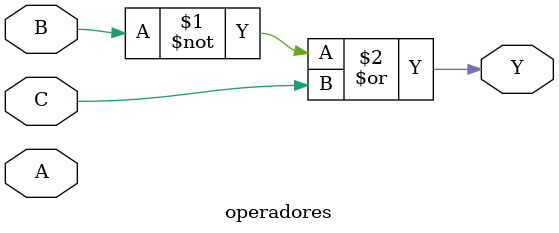
<source format=v>
module gateLevel(input wire A, B, C, output Y);

	wire w1;
	not(w1, B);
	or(Y, w1, C);

endmodule

module operadores(input wire A, B, C, output Y);

	assign Y=(~B|C);
	
endmodule
</source>
